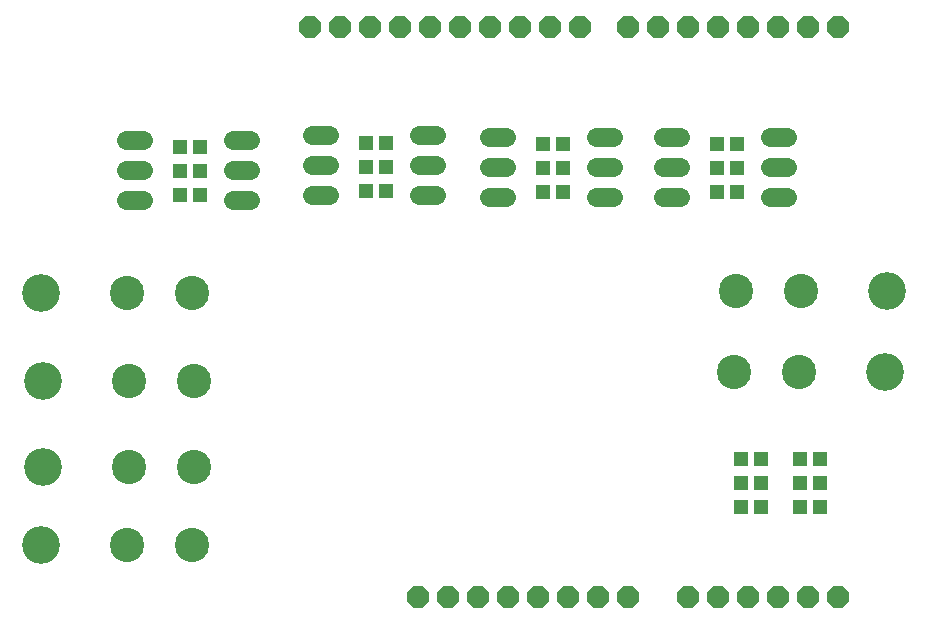
<source format=gbr>
G04 EAGLE Gerber RS-274X export*
G75*
%MOMM*%
%FSLAX34Y34*%
%LPD*%
%INSoldermask Bottom*%
%IPPOS*%
%AMOC8*
5,1,8,0,0,1.08239X$1,22.5*%
G01*
%ADD10P,2.034460X8X22.500000*%
%ADD11R,1.203200X1.303200*%
%ADD12R,1.303200X1.203200*%
%ADD13C,2.903200*%
%ADD14C,3.203200*%
%ADD15C,1.625600*%


D10*
X533400Y508000D03*
X508000Y25400D03*
X558800Y508000D03*
X584200Y508000D03*
X609600Y508000D03*
X635000Y508000D03*
X508000Y508000D03*
X482600Y508000D03*
X457200Y508000D03*
X416560Y508000D03*
X391160Y508000D03*
X365760Y508000D03*
X340360Y508000D03*
X314960Y508000D03*
X289560Y508000D03*
X264160Y508000D03*
X238760Y508000D03*
X533400Y25400D03*
X558800Y25400D03*
X584200Y25400D03*
X609600Y25400D03*
X635000Y25400D03*
X457200Y25400D03*
X431800Y25400D03*
X406400Y25400D03*
X381000Y25400D03*
X355600Y25400D03*
X330200Y25400D03*
X213360Y508000D03*
X187960Y508000D03*
X304800Y25400D03*
X279400Y25400D03*
D11*
X619370Y142240D03*
X602370Y142240D03*
X602370Y121920D03*
X619370Y121920D03*
D12*
X602370Y101600D03*
X619370Y101600D03*
D13*
X601980Y215900D03*
X546980Y215900D03*
D14*
X674980Y215900D03*
D11*
X569840Y142240D03*
X552840Y142240D03*
X552840Y121920D03*
X569840Y121920D03*
D12*
X552840Y101600D03*
X569840Y101600D03*
D13*
X603250Y284480D03*
X548250Y284480D03*
D14*
X676250Y284480D03*
D13*
X33020Y69850D03*
X88020Y69850D03*
D14*
X-39980Y69850D03*
D13*
X34290Y135890D03*
X89290Y135890D03*
D14*
X-38710Y135890D03*
D13*
X33020Y283210D03*
X88020Y283210D03*
D14*
X-39980Y283210D03*
D13*
X34290Y208280D03*
X89290Y208280D03*
D14*
X-38710Y208280D03*
D11*
X402200Y368300D03*
X385200Y368300D03*
X402200Y388620D03*
X385200Y388620D03*
D12*
X402200Y408940D03*
X385200Y408940D03*
D15*
X353822Y364490D02*
X339598Y364490D01*
X339598Y389890D02*
X353822Y389890D01*
X353822Y415290D02*
X339598Y415290D01*
X429768Y415290D02*
X443992Y415290D01*
X443992Y389890D02*
X429768Y389890D01*
X429768Y364490D02*
X443992Y364490D01*
D11*
X549520Y368300D03*
X532520Y368300D03*
X549520Y388620D03*
X532520Y388620D03*
D12*
X549520Y408940D03*
X532520Y408940D03*
D15*
X501142Y364490D02*
X486918Y364490D01*
X486918Y389890D02*
X501142Y389890D01*
X501142Y415290D02*
X486918Y415290D01*
X577088Y415290D02*
X591312Y415290D01*
X591312Y389890D02*
X577088Y389890D01*
X577088Y364490D02*
X591312Y364490D01*
D11*
X94860Y365760D03*
X77860Y365760D03*
X94860Y386080D03*
X77860Y386080D03*
D12*
X94860Y406400D03*
X77860Y406400D03*
D15*
X46482Y361950D02*
X32258Y361950D01*
X32258Y387350D02*
X46482Y387350D01*
X46482Y412750D02*
X32258Y412750D01*
X122428Y412750D02*
X136652Y412750D01*
X136652Y387350D02*
X122428Y387350D01*
X122428Y361950D02*
X136652Y361950D01*
D11*
X252340Y369570D03*
X235340Y369570D03*
X252340Y389890D03*
X235340Y389890D03*
D12*
X252340Y410210D03*
X235340Y410210D03*
D15*
X203962Y365760D02*
X189738Y365760D01*
X189738Y391160D02*
X203962Y391160D01*
X203962Y416560D02*
X189738Y416560D01*
X279908Y416560D02*
X294132Y416560D01*
X294132Y391160D02*
X279908Y391160D01*
X279908Y365760D02*
X294132Y365760D01*
M02*

</source>
